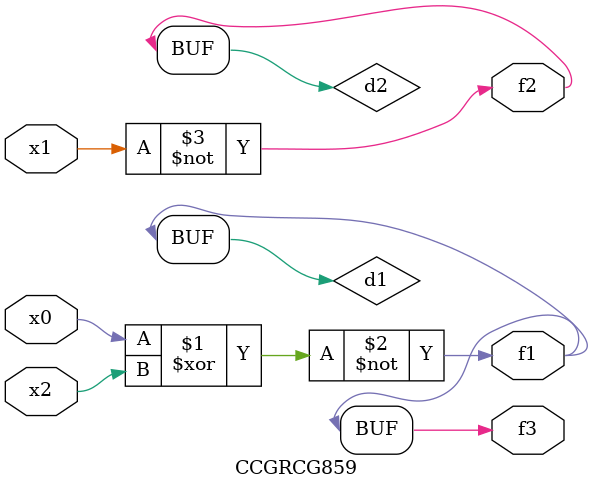
<source format=v>
module CCGRCG859(
	input x0, x1, x2,
	output f1, f2, f3
);

	wire d1, d2, d3;

	xnor (d1, x0, x2);
	nand (d2, x1);
	nor (d3, x1, x2);
	assign f1 = d1;
	assign f2 = d2;
	assign f3 = d1;
endmodule

</source>
